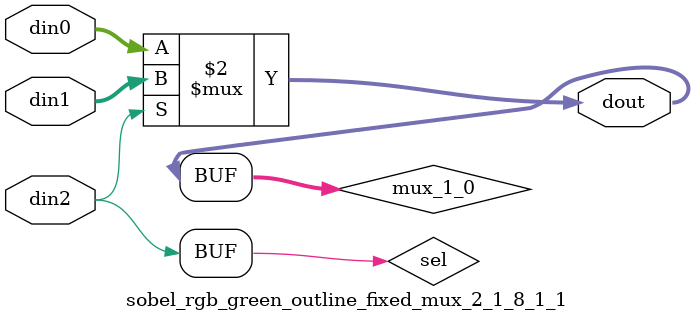
<source format=v>

`timescale 1ns/1ps

module sobel_rgb_green_outline_fixed_mux_2_1_8_1_1 #(
parameter
    ID                = 0,
    NUM_STAGE         = 1,
    din0_WIDTH       = 32,
    din1_WIDTH       = 32,
    din2_WIDTH         = 32,
    dout_WIDTH            = 32
)(
    input  [7 : 0]     din0,
    input  [7 : 0]     din1,
    input  [0 : 0]    din2,
    output [7 : 0]   dout);

// puts internal signals
wire [0 : 0]     sel;
// level 1 signals
wire [7 : 0]         mux_1_0;

assign sel = din2;

// Generate level 1 logic
assign mux_1_0 = (sel[0] == 0)? din0 : din1;

// output logic
assign dout = mux_1_0;

endmodule

</source>
